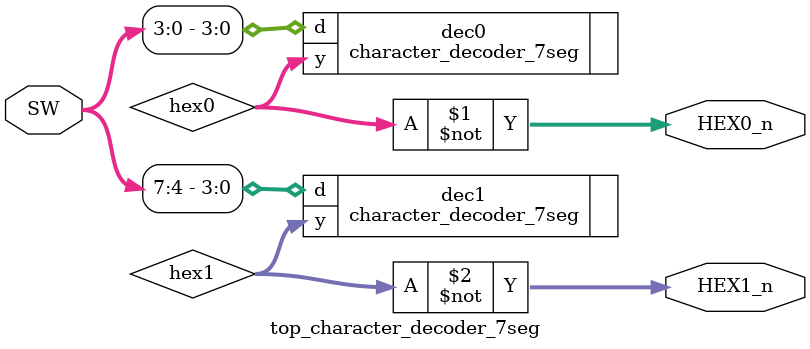
<source format=sv>

module top_character_decoder_7seg(
    input logic[9:0] SW, //! スイッチ入力
    output logic[6:0] HEX0_n, //! 7セグメントLED出力
    output logic[6:0] HEX1_n //! 7セグメントLED出力
  );

  // 正論理用の信号
  logic[6:0] hex0, hex1; // 7セグメントLED出力
  assign HEX0_n = ~hex0;
  assign HEX1_n = ~hex1;

  // 一つ目の7セグメントLEDのデコーダ
  character_decoder_7seg dec0(
                           .d(SW[3:0]),
                           .y(hex0)
                         );

  // 二つ目の7セグメントLEDのデコーダ
  character_decoder_7seg dec1(
                           .d(SW[7:4]),
                           .y(hex1)
                         );
endmodule

</source>
